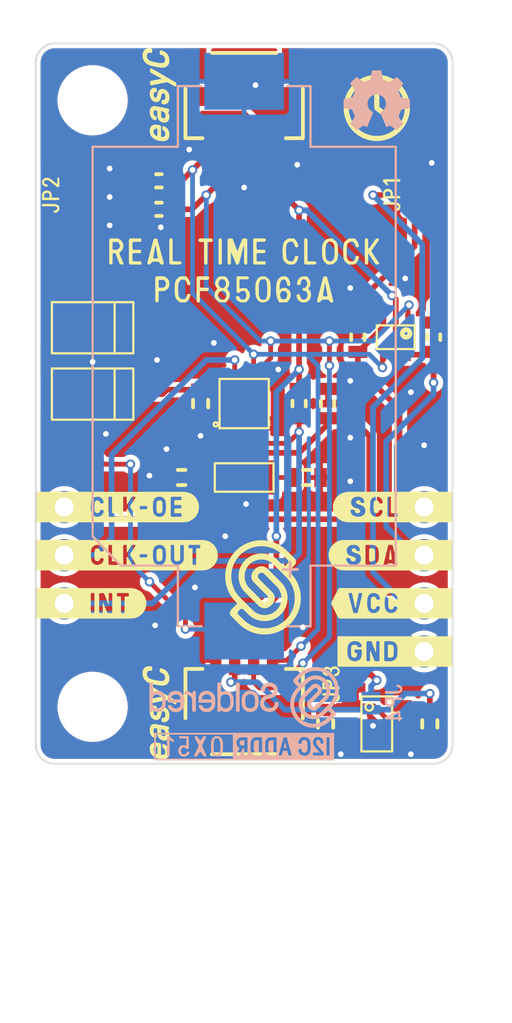
<source format=kicad_pcb>
(kicad_pcb (version 20210623) (generator pcbnew)
  (title_block (title "Real time clock PCF85063A") (date "2021-06-11") (rev "V1.1.1.") (company "SOLDERED") (comment 1 "333051"))
  (layers (0 "F.Cu" signal) (31 "B.Cu" signal) (34 "B.Paste" user) (35 "F.Paste" user) (36 "B.SilkS" user "B.Silkscreen") (37 "F.SilkS" user "F.Silkscreen") (38 "B.Mask" user) (39 "F.Mask" user) (44 "Edge.Cuts" user))
  (net 0 "")
  (net 1 "GND")
  (net 2 "Net-(C1-Pad1)")
  (net 3 "Net-(C2-Pad1)")
  (net 4 "VCC")
  (net 5 "Net-(C4-Pad2)")
  (net 6 "3V3")
  (net 7 "Net-(D1-Pad1)")
  (net 8 "SDA_PULL5")
  (net 9 "5V")
  (net 10 "SCL_PULL5")
  (net 11 "SDA_PULL3,3")
  (net 12 "SCL_PULL3,3")
  (net 13 "CLK_OE")
  (net 14 "CLK_OUT")
  (net 15 "INT")
  (net 16 "SDA3,3")
  (net 17 "SCL3,3")
  (net 18 "SCL5")
  (net 19 "SDA5")
  (footprint "e-radionica.com footprinti:0603R" (layer "F.Cu") (at 131 107.5 90)
    (fp_text reference "R5")
    (fp_text value "10k")
    (pad "1" smd rect locked (at -0.775 0 180) (size 1 0.64) (layers "F.Cu" "F.Paste" "F.Mask") (net 19 "SDA5"))
    (pad "2" smd rect locked (at 0.775 0 180) (size 1 0.64) (layers "F.Cu" "F.Paste" "F.Mask") (net 8 "SDA_PULL5"))
  )
  (footprint "e-radionica.com footprinti:KRISTAL_3215" (layer "F.Cu") (at 121 114.9 180)
    (fp_text reference "X1")
    (fp_text value "32.768kHz-3215")
    (pad "1" smd rect locked (at -1.25 0 180) (size 1 1.8) (layers "F.Cu" "F.Paste" "F.Mask") (net 2 "Net-(C1-Pad1)"))
    (pad "2" smd rect locked (at 1.25 0 180) (size 1 1.8) (layers "F.Cu" "F.Paste" "F.Mask") (net 3 "Net-(C2-Pad1)"))
  )
  (footprint "buzzardLabel" (layer "F.Cu") (at 132.4 116.46)
    (fp_text reference "" (at 0 0) (layer "F.SilkS") (effects (font (size 1.27 1.27))))
    (fp_text value "" (at 0 0) (layer "F.SilkS") (effects (font (size 1.27 1.27))))
  )
  (footprint "e-radionica.com footprinti:SMD-JUMPER-CONNECTED_TRACE_SLODERMASK" (layer "F.Cu") (at 126.9 125.65 90)
    (fp_text reference "JP3")
    (fp_text value "SMD-JUMPER-CONNECTED_TRACE_SLODERMASK")
    (fp_poly (pts (xy 0.1 0.1) (xy -0.1 0.1) (xy -0.1 -0.1) (xy 0.1 -0.1)) (layer "F.Cu") (width 0.1) (fill solid))
    (pad "1" smd rect locked (at -0.35 0 90) (size 0.5 1) (layers "F.Cu" "F.Mask") (net 5 "Net-(C4-Pad2)"))
    (pad "2" smd rect locked (at 0.35 0 90) (size 0.5 1) (layers "F.Cu" "F.Mask") (net 9 "5V"))
  )
  (footprint "Soldered Graphics:Symbol-Front-Clock" (layer "F.Cu") (at 128 95.4)
    (fp_text reference "G***" hide)
    (fp_text value "LOGO" hide)
  )
  (footprint "buzzardLabel" (layer "F.Cu") (at 121 103)
    (fp_text reference "" (at 0 0) (layer "F.SilkS") (effects (font (size 1.27 1.27))))
    (fp_text value "" (at 0 0) (layer "F.SilkS") (effects (font (size 1.27 1.27))))
  )
  (footprint "e-radionica.com footprinti:HEADER_MALE_4X1" (layer "F.Cu") (at 130.5 120.27 90)
    (fp_text reference "K5")
    (fp_text value "HEADER_MALE_4X1")
    (pad "1" thru_hole circle locked (at -3.81 0 90) (size 1.7 1.7) (drill 1) (layers *.Cu *.Mask) (net 1 "GND"))
    (pad "2" thru_hole circle locked (at -1.27 0 90) (size 1.7 1.7) (drill 1) (layers *.Cu *.Mask) (net 9 "5V"))
    (pad "3" thru_hole circle locked (at 1.27 0 90) (size 1.7 1.7) (drill 1) (layers *.Cu *.Mask) (net 19 "SDA5"))
    (pad "4" thru_hole circle locked (at 3.81 0 90) (size 1.7 1.7) (drill 1) (layers *.Cu *.Mask) (net 18 "SCL5"))
  )
  (footprint "Soldered Graphics:Logo-Front-easyC-5mm" (layer "F.Cu") (at 116.5 94.7 90)
    (fp_text reference "G***" hide)
    (fp_text value "LOGO" hide)
  )
  (footprint "Soldered Graphics:Logo-Back-OSH-3.5mm" (layer "F.Cu") (at 128 95)
    (fp_text reference "G***" hide)
    (fp_text value "LOGO" hide)
  )
  (footprint "buzzardLabel" (layer "F.Cu") (at 132.4 119)
    (fp_text reference "" (at 0 0) (layer "F.SilkS") (effects (font (size 1.27 1.27))))
    (fp_text value "" (at 0 0) (layer "F.SilkS") (effects (font (size 1.27 1.27))))
  )
  (footprint "e-radionica.com footprinti:0603C" (layer "F.Cu") (at 118.7 111 90)
    (fp_text reference "C3")
    (fp_text value "0.1uF")
    (pad "1" smd rect locked (at -0.73 0 90) (size 0.66 1) (layers "F.Cu" "F.Paste" "F.Mask") (net 1 "GND"))
    (pad "2" smd rect locked (at 0.73 0 90) (size 0.66 1) (layers "F.Cu" "F.Paste" "F.Mask") (net 4 "VCC"))
  )
  (footprint "e-radionica.com footprinti:0603C" (layer "F.Cu") (at 117.7 114.9 180)
    (fp_text reference "C2")
    (fp_text value "7pF")
    (pad "1" smd rect locked (at -0.73 0 180) (size 0.66 1) (layers "F.Cu" "F.Paste" "F.Mask") (net 3 "Net-(C2-Pad1)"))
    (pad "2" smd rect locked (at 0.73 0 180) (size 0.66 1) (layers "F.Cu" "F.Paste" "F.Mask") (net 1 "GND"))
  )
  (footprint "e-radionica.com footprinti:FIDUCIAL_23" (layer "F.Cu") (at 121 128)
    (fp_text reference "FD1")
    (fp_text value "FIDUCIAL")
    (fp_circle (center 0 0) (end 1 0) (layer "F.Cu") (width 0.2) (fill none))
    (pad "1" smd circle (at 0 0) (size 1 1) (layers "F.Cu" "F.Paste" "F.Mask") (clearance 1.1))
  )
  (footprint "e-radionica.com footprinti:0603C" (layer "F.Cu") (at 130.8 127.9 90)
    (fp_text reference "C5")
    (fp_text value "2.2uF")
    (pad "1" smd rect locked (at -0.73 0 90) (size 0.66 1) (layers "F.Cu" "F.Paste" "F.Mask") (net 1 "GND"))
    (pad "2" smd rect locked (at 0.73 0 90) (size 0.66 1) (layers "F.Cu" "F.Paste" "F.Mask") (net 6 "3V3"))
  )
  (footprint "e-radionica.com footprinti:HOLE_3.2mm" (layer "F.Cu") (at 113 127)
    (fp_text reference "H2" hide)
    (fp_text value "HOLE_3.2mm" hide)
    (pad "" np_thru_hole circle locked (at 0 0) (size 3.2 3.2) (drill 3.2) (layers F&B.Cu *.Mask))
  )
  (footprint "buzzardLabel" (layer "F.Cu") (at 132.4 121.54)
    (fp_text reference "" (at 0 0) (layer "F.SilkS") (effects (font (size 1.27 1.27))))
    (fp_text value "" (at 0 0) (layer "F.SilkS") (effects (font (size 1.27 1.27))))
  )
  (footprint "Soldered Graphics:Logo-Front-Soldered-5mm" (layer "F.Cu") (at 122 120.7)
    (fp_text reference "G***" hide)
    (fp_text value "LOGO" hide)
  )
  (footprint "e-radionica.com footprinti:SMD_JUMPER_3_PAD_TRACE" (layer "F.Cu") (at 112 100 -90)
    (fp_text reference "JP2")
    (fp_text value "SMD_JUMPER_3_PAD_TRACE")
    (fp_poly (pts (xy 0.45 0.05) (xy 0.25 0.05) (xy 0.25 -0.05) (xy 0.45 -0.05)) (layer "F.Cu") (width 0.1) (fill solid))
    (fp_poly (pts (xy -0.25 0.05) (xy -0.45 0.05) (xy -0.45 -0.05) (xy -0.25 -0.05)) (layer "F.Cu") (width 0.1) (fill solid))
    (pad "1" smd rect locked (at -0.7 0 90) (size 0.5 1) (layers "F.Cu" "F.Mask") (net 12 "SCL_PULL3,3"))
    (pad "2" smd custom locked (at 0 0 90) (size 0.5 1) (layers "F.Cu" "F.Mask") (net 6 "3V3") (options (clearance outline) (anchor rect)) (primitives))
    (pad "3" smd rect locked (at 0.7 0 90) (size 0.5 1) (layers "F.Cu" "F.Mask") (net 11 "SDA_PULL3,3"))
  )
  (footprint "e-radionica.com footprinti:M4_DIODA" (layer "F.Cu") (at 113 107)
    (fp_text reference "D2")
    (fp_text value "M4_DIODA")
    (pad "1" smd rect locked (at -1.69 0) (size 1.27 1.47) (layers "F.Cu" "F.Paste" "F.Mask") (net 6 "3V3"))
    (pad "2" smd rect locked (at 1.69 0) (size 1.27 1.47) (layers "F.Cu" "F.Paste" "F.Mask") (net 4 "VCC"))
  )
  (footprint "e-radionica.com footprinti:0603C" (layer "F.Cu") (at 124.3 114.9)
    (fp_text reference "C1")
    (fp_text value "7pF")
    (pad "1" smd rect locked (at -0.73 0) (size 0.66 1) (layers "F.Cu" "F.Paste" "F.Mask") (net 2 "Net-(C1-Pad1)"))
    (pad "2" smd rect locked (at 0.73 0) (size 0.66 1) (layers "F.Cu" "F.Paste" "F.Mask") (net 1 "GND"))
  )
  (footprint "e-radionica.com footprinti:0603R" (layer "F.Cu") (at 116.5 99.25 180)
    (fp_text reference "R6")
    (fp_text value "10k")
    (pad "1" smd rect locked (at -0.775 0 270) (size 1 0.64) (layers "F.Cu" "F.Paste" "F.Mask") (net 17 "SCL3,3"))
    (pad "2" smd rect locked (at 0.775 0 270) (size 1 0.64) (layers "F.Cu" "F.Paste" "F.Mask") (net 12 "SCL_PULL3,3"))
  )
  (footprint "buzzardLabel" (layer "F.Cu") (at 110.8 100 90)
    (fp_text reference "" (at 0 0 90) (layer "F.SilkS") (effects (font (size 1.27 1.27))))
    (fp_text value "" (at 0 0 90) (layer "F.SilkS") (effects (font (size 1.27 1.27))))
  )
  (footprint "e-radionica.com footprinti:SOT-23-5" (layer "F.Cu") (at 128 127.9)
    (fp_text reference "U3")
    (fp_text value "SE5218")
    (pad "1" smd rect (at -1.3 -0.95) (size 1.1 0.6) (layers "F.Cu" "F.Paste" "F.Mask") (net 5 "Net-(C4-Pad2)"))
    (pad "2" smd rect (at -1.3 0) (size 1.1 0.6) (layers "F.Cu" "F.Paste" "F.Mask") (net 1 "GND"))
    (pad "3" smd rect (at -1.3 0.95) (size 1.1 0.6) (layers "F.Cu" "F.Paste" "F.Mask") (net 5 "Net-(C4-Pad2)"))
    (pad "4" smd rect (at 1.3 0.95) (size 1.1 0.6) (layers "F.Cu" "F.Paste" "F.Mask"))
    (pad "5" smd rect (at 1.3 -0.95) (size 1.1 0.6) (layers "F.Cu" "F.Paste" "F.Mask") (net 6 "3V3"))
  )
  (footprint "buzzardLabel" (layer "F.Cu") (at 121 105)
    (fp_text reference "" (at 0 0) (layer "F.SilkS") (effects (font (size 1.27 1.27))))
    (fp_text value "" (at 0 0) (layer "F.SilkS") (effects (font (size 1.27 1.27))))
  )
  (footprint "e-radionica.com footprinti:0603R" (layer "F.Cu") (at 125.4 111 -90)
    (fp_text reference "R4")
    (fp_text value "10k")
    (pad "1" smd rect locked (at -0.775 0) (size 1 0.64) (layers "F.Cu" "F.Paste" "F.Mask") (net 1 "GND"))
    (pad "2" smd rect locked (at 0.775 0) (size 1 0.64) (layers "F.Cu" "F.Paste" "F.Mask") (net 13 "CLK_OE"))
  )
  (footprint "buzzardLabel" (layer "F.Cu") (at 125.6 125.8 90)
    (fp_text reference "" (at 0 0 90) (layer "F.SilkS") (effects (font (size 1.27 1.27))))
    (fp_text value "" (at 0 0 90) (layer "F.SilkS") (effects (font (size 1.27 1.27))))
  )
  (footprint "buzzardLabel" (layer "F.Cu") (at 128.8 100 90)
    (fp_text reference "" (at 0 0 90) (layer "F.SilkS") (effects (font (size 1.27 1.27))))
    (fp_text value "" (at 0 0 90) (layer "F.SilkS") (effects (font (size 1.27 1.27))))
  )
  (footprint "buzzardLabel" (layer "F.Cu") (at 109.6 116.46)
    (fp_text reference "" (at 0 0) (layer "F.SilkS") (effects (font (size 1.27 1.27))))
    (fp_text value "" (at 0 0) (layer "F.SilkS") (effects (font (size 1.27 1.27))))
  )
  (footprint "e-radionica.com footprinti:0603R" (layer "F.Cu") (at 116.5 100.75)
    (fp_text reference "R1")
    (fp_text value "10k")
    (pad "1" smd rect locked (at -0.775 0 90) (size 1 0.64) (layers "F.Cu" "F.Paste" "F.Mask") (net 11 "SDA_PULL3,3"))
    (pad "2" smd rect locked (at 0.775 0 90) (size 1 0.64) (layers "F.Cu" "F.Paste" "F.Mask") (net 16 "SDA3,3"))
  )
  (footprint "e-radionica.com footprinti:HOLE_3.2mm" (layer "F.Cu") (at 113 95)
    (fp_text reference "H1" hide)
    (fp_text value "HOLE_3.2mm" hide)
    (pad "" np_thru_hole circle locked (at 0 0) (size 3.2 3.2) (drill 3.2) (layers F&B.Cu *.Mask))
  )
  (footprint "buzzardLabel" (layer "F.Cu") (at 132.4 124.08)
    (fp_text reference "" (at 0 0) (layer "F.SilkS") (effects (font (size 1.27 1.27))))
    (fp_text value "" (at 0 0) (layer "F.SilkS") (effects (font (size 1.27 1.27))))
  )
  (footprint "e-radionica.com footprinti:0603C" (layer "F.Cu") (at 125.3 127.9 90)
    (fp_text reference "C4")
    (fp_text value "2.2uF")
    (pad "1" smd rect locked (at -0.73 0 90) (size 0.66 1) (layers "F.Cu" "F.Paste" "F.Mask") (net 1 "GND"))
    (pad "2" smd rect locked (at 0.73 0 90) (size 0.66 1) (layers "F.Cu" "F.Paste" "F.Mask") (net 5 "Net-(C4-Pad2)"))
  )
  (footprint "e-radionica.com footprinti:0603R" (layer "F.Cu") (at 123.9 111 90)
    (fp_text reference "R3")
    (fp_text value "10k")
    (pad "1" smd rect locked (at -0.775 0 180) (size 1 0.64) (layers "F.Cu" "F.Paste" "F.Mask") (net 15 "INT"))
    (pad "2" smd rect locked (at 0.775 0 180) (size 1 0.64) (layers "F.Cu" "F.Paste" "F.Mask") (net 6 "3V3"))
  )
  (footprint "buzzardLabel" (layer "F.Cu") (at 109.6 119)
    (fp_text reference "" (at 0 0) (layer "F.SilkS") (effects (font (size 1.27 1.27))))
    (fp_text value "" (at 0 0) (layer "F.SilkS") (effects (font (size 1.27 1.27))))
  )
  (footprint "e-radionica.com footprinti:easyC-connector" (layer "F.Cu") (at 121 95.3)
    (fp_text reference "K4")
    (fp_text value "easyC-SMD")
    (pad "1" smd rect locked (at -1.5 2.15) (size 0.6 1.55) (layers "F.Cu" "F.Paste" "F.Mask") (net 17 "SCL3,3"))
    (pad "2" smd rect locked (at -0.5 2.15) (size 0.6 1.55) (layers "F.Cu" "F.Paste" "F.Mask") (net 16 "SDA3,3"))
    (pad "3" smd rect locked (at 0.5 2.15) (size 0.6 1.55) (layers "F.Cu" "F.Paste" "F.Mask") (net 6 "3V3"))
    (pad "4" smd rect locked (at 1.5 2.15) (size 0.6 1.55) (layers "F.Cu" "F.Paste" "F.Mask") (net 1 "GND"))
    (pad "5" smd rect locked (at 2.6 -2.15) (size 1.2 1.8) (layers "F.Cu" "F.Paste" "F.Mask") (net 1 "GND"))
    (pad "5" smd rect locked (at -2.6 -2.15) (size 1.2 1.8) (layers "F.Cu" "F.Paste" "F.Mask") (net 1 "GND"))
  )
  (footprint "e-radionica.com footprinti:M4_DIODA" (layer "F.Cu") (at 113 110.5)
    (fp_text reference "D1")
    (fp_text value "M4_DIODA")
    (pad "1" smd rect locked (at -1.69 0) (size 1.27 1.47) (layers "F.Cu" "F.Paste" "F.Mask") (net 7 "Net-(D1-Pad1)"))
    (pad "2" smd rect locked (at 1.69 0) (size 1.27 1.47) (layers "F.Cu" "F.Paste" "F.Mask") (net 4 "VCC"))
  )
  (footprint "Soldered Graphics:Logo-Front-easyC-5mm" (layer "F.Cu") (at 116.5 127.3 90)
    (fp_text reference "G***" hide)
    (fp_text value "LOGO" hide)
  )
  (footprint "Soldered Graphics:Logo-Back-SolderedFULL-10mm" (layer "F.Cu") (at 121 126.5)
    (fp_text reference "G***" hide)
    (fp_text value "LOGO" hide)
  )
  (footprint "buzzardLabel" (layer "F.Cu") (at 109.6 121.54)
    (fp_text reference "" (at 0 0) (layer "F.SilkS") (effects (font (size 1.27 1.27))))
    (fp_text value "" (at 0 0) (layer "F.SilkS") (effects (font (size 1.27 1.27))))
  )
  (footprint "e-radionica.com footprinti:SMD_JUMPER_3_PAD_TRACE" (layer "F.Cu") (at 130 100 90)
    (fp_text reference "JP1")
    (fp_text value "SMD_JUMPER_3_PAD_TRACE")
    (fp_poly (pts (xy -0.25 0.05) (xy -0.45 0.05) (xy -0.45 -0.05) (xy -0.25 -0.05)) (layer "F.Cu") (width 0.1) (fill solid))
    (fp_poly (pts (xy 0.45 0.05) (xy 0.25 0.05) (xy 0.25 -0.05) (xy 0.45 -0.05)) (layer "F.Cu") (width 0.1) (fill solid))
    (pad "1" smd rect locked (at -0.7 0 270) (size 0.5 1) (layers "F.Cu" "F.Mask") (net 10 "SCL_PULL5"))
    (pad "2" smd custom locked (at 0 0 270) (size 0.5 1) (layers "F.Cu" "F.Mask") (net 9 "5V") (options (clearance outline) (anchor rect)) (primitives))
    (pad "3" smd rect locked (at 0.7 0 270) (size 0.5 1) (layers "F.Cu" "F.Mask") (net 8 "SDA_PULL5"))
  )
  (footprint "e-radionica.com footprinti:SOT-363" (layer "F.Cu") (at 129 107.5 -90)
    (fp_text reference "U1")
    (fp_text value "NMOS-DUAL")
    (pad "1" smd rect (at -0.92 -0.65) (size 0.3 0.66) (layers "F.Cu" "F.Paste" "F.Mask") (net 16 "SDA3,3"))
    (pad "2" smd rect (at -0.92 0) (size 0.3 0.66) (layers "F.Cu" "F.Paste" "F.Mask") (net 6 "3V3"))
    (pad "3" smd rect (at -0.92 0.65) (size 0.3 0.66) (layers "F.Cu" "F.Paste" "F.Mask") (net 18 "SCL5"))
    (pad "4" smd rect (at 0.92 0.65) (size 0.3 0.66) (layers "F.Cu" "F.Paste" "F.Mask") (net 17 "SCL3,3"))
    (pad "5" smd rect (at 0.92 0) (size 0.3 0.66) (layers "F.Cu" "F.Paste" "F.Mask") (net 6 "3V3"))
    (pad "6" smd rect (at 0.92 -0.65) (size 0.3 0.66) (layers "F.Cu" "F.Paste" "F.Mask") (net 19 "SDA5"))
  )
  (footprint "e-radionica.com footprinti:easyC-connector" (layer "F.Cu") (at 121 126.7 180)
    (fp_text reference "K3")
    (fp_text value "easyC-SMD")
    (pad "1" smd rect locked (at -1.5 2.15 180) (size 0.6 1.55) (layers "F.Cu" "F.Paste" "F.Mask") (net 17 "SCL3,3"))
    (pad "2" smd rect locked (at -0.5 2.15 180) (size 0.6 1.55) (layers "F.Cu" "F.Paste" "F.Mask") (net 16 "SDA3,3"))
    (pad "3" smd rect locked (at 0.5 2.15 180) (size 0.6 1.55) (layers "F.Cu" "F.Paste" "F.Mask") (net 6 "3V3"))
    (pad "4" smd rect locked (at 1.5 2.15 180) (size 0.6 1.55) (layers "F.Cu" "F.Paste" "F.Mask") (net 1 "GND"))
    (pad "5" smd rect locked (at -2.6 -2.15 180) (size 1.2 1.8) (layers "F.Cu" "F.Paste" "F.Mask") (net 1 "GND"))
    (pad "5" smd rect locked (at 2.6 -2.15 180) (size 1.2 1.8) (layers "F.Cu" "F.Paste" "F.Mask") (net 1 "GND"))
  )
  (footprint "e-radionica.com footprinti:0603R" (layer "F.Cu") (at 127 107.5 -90)
    (fp_text reference "R2")
    (fp_text value "10k")
    (pad "1" smd rect locked (at -0.775 0) (size 1 0.64) (layers "F.Cu" "F.Paste" "F.Mask") (net 10 "SCL_PULL5"))
    (pad "2" smd rect locked (at 0.775 0) (size 1 0.64) (layers "F.Cu" "F.Paste" "F.Mask") (net 18 "SCL5"))
  )
  (footprint "e-radionica.com footprinti:HEADER_MALE_3X1" (layer "F.Cu") (at 111.5 119 90)
    (fp_text reference "K2")
    (fp_text value "HEADER_MALE_3X1")
    (pad "1" thru_hole circle locked (at -2.54 0 90) (size 1.7 1.7) (drill 1) (layers *.Cu *.Mask) (net 15 "INT"))
    (pad "2" thru_hole circle locked (at 0 0 90) (size 1.7 1.7) (drill 1) (layers *.Cu *.Mask) (net 14 "CLK_OUT"))
    (pad "3" thru_hole circle locked (at 2.54 0 90) (size 1.7 1.7) (drill 1) (layers *.Cu *.Mask) (net 13 "CLK_OE"))
  )
  (footprint "e-radionica.com footprinti:PCF85063A" (layer "F.Cu") (at 121 111 90)
    (fp_text reference "U2")
    (fp_text value "PCF85063A")
    (pad "" smd rect (at 0 0 90) (size 1.1 2.3) (layers "F.Cu" "F.Paste" "F.Mask"))
    (pad "1" smd rect (at -1.3 -1 90) (size 0.7 0.25) (layers "F.Cu" "F.Paste" "F.Mask") (net 3 "Net-(C2-Pad1)"))
    (pad "2" smd rect (at -1.3 -0.5 90) (size 0.7 0.25) (layers "F.Cu" "F.Paste" "F.Mask") (net 2 "Net-(C1-Pad1)"))
    (pad "3" smd rect (at -1.3 0 90) (size 0.7 0.25) (layers "F.Cu" "F.Paste" "F.Mask") (net 13 "CLK_OE"))
    (pad "4" smd rect (at -1.3 0.5 90) (size 0.7 0.25) (layers "F.Cu" "F.Paste" "F.Mask") (net 15 "INT"))
    (pad "5" smd rect (at -1.3 1 90) (size 0.7 0.25) (layers "F.Cu" "F.Paste" "F.Mask") (net 1 "GND"))
    (pad "6" smd rect (at 1.3 1 90) (size 0.7 0.25) (layers "F.Cu" "F.Paste" "F.Mask") (net 16 "SDA3,3"))
    (pad "7" smd rect (at 1.3 0.5 90) (size 0.7 0.25) (layers "F.Cu" "F.Paste" "F.Mask") (net 17 "SCL3,3"))
    (pad "8" smd rect (at 1.3 0 90) (size 0.7 0.25) (layers "F.Cu" "F.Paste" "F.Mask"))
    (pad "9" smd rect (at 1.3 -0.5 90) (size 0.7 0.25) (layers "F.Cu" "F.Paste" "F.Mask") (net 14 "CLK_OUT"))
    (pad "10" smd rect (at 1.3 -1 90) (size 0.7 0.25) (layers "F.Cu" "F.Paste" "F.Mask") (net 4 "VCC"))
  )
  (footprint "buzzardLabel" (layer "B.Cu") (at 118.4 129.1 180)
    (fp_text reference "" (at 0 0) (layer "B.SilkS") (effects (font (size 1.27 1.27)) (justify mirror)))
    (fp_text value "" (at 0 0) (layer "B.SilkS") (effects (font (size 1.27 1.27)) (justify mirror)))
  )
  (footprint "Soldered Graphics:Symbol-Front-I2C-ADDR-Field" (layer "B.Cu") (at 121 129.1 180)
    (fp_text reference "REF**" hide)
    (fp_text value "Symbol-Front-I2C-ADDR-Field" hide)
  )
  (footprint "e-radionica.com footprinti:CR2032-BS-6-1" (layer "B.Cu") (at 121 108.5 -90)
    (fp_text reference "K1")
    (fp_text value "CR2032_BS-6_HOLDER")
    (fp_text user "+" (at 11.25 -2.5 -90 unlocked) (layer "B.SilkS") (effects (justify mirror)))
    (pad "+" smd rect locked (at 14.5 0 270) (size 3 4.2) (layers "B.Cu" "B.Paste" "B.Mask") (net 7 "Net-(D1-Pad1)"))
    (pad "-" smd rect locked (at -14.5 0 270) (size 3 4.2) (layers "B.Cu" "B.Paste" "B.Mask") (net 1 "GND"))
  )
  (footprint "buzzardLabel" (layer "B.Cu") (at 128.9 126.8 -90)
    (fp_text reference "" (at 0 0 -90) (layer "B.SilkS") (effects (font (size 1.27 1.27)) (justify mirror)))
    (fp_text value "" (at 0 0 -90) (layer "B.SilkS") (effects (font (size 1.27 1.27)) (justify mirror)))
  )
  (footprint "e-radionica.com footprinti:SMD_JUMPER" (layer "B.Cu") (at 127.7 126.8 -90)
    (fp_text reference "JP4")
    (fp_text value "SMD_JUMPER")
    (pad "1" smd rect locked (at -0.35 0 270) (size 0.5 1) (layers "B.Cu" "B.Mask") (net 9 "5V"))
    (pad "2" smd rect locked (at 0.35 0 270) (size 0.5 1) (layers "B.Cu" "B.Mask") (net 6 "3V3"))
  )
  (gr_arc (start 111 93) (end 111 92) (angle -90) (layer "Edge.Cuts") (width 0.1))
  (gr_line (start 132 93) (end 132 129) (layer "Edge.Cuts") (width 0.1))
  (gr_line (start 111 92) (end 131 92) (layer "Edge.Cuts") (width 0.1))
  (gr_arc (start 131 93) (end 132 93) (angle -90) (layer "Edge.Cuts") (width 0.1))
  (gr_arc (start 131 129) (end 131 130) (angle -90) (layer "Edge.Cuts") (width 0.1))
  (gr_line (start 131 130) (end 111 130) (layer "Edge.Cuts") (width 0.1))
  (gr_line (start 110 129) (end 110 93) (layer "Edge.Cuts") (width 0.1))
  (gr_arc (start 111 129) (end 111 130) (angle 90) (layer "Edge.Cuts") (width 0.1))
  (via (at 113.9 101.6) (size 0.5) (drill 0.3) (layers "F.Cu" "B.Cu") (net 1))
  (via (at 118.4 120.7) (size 0.5) (drill 0.3) (layers "F.Cu" "B.Cu") (net 1))
  (via (at 126.6 115.1) (size 0.5) (drill 0.3) (layers "F.Cu" "B.Cu") (net 1))
  (via (at 116 114.8) (size 0.5) (drill 0.3) (layers "F.Cu" "B.Cu") (net 1))
  (via (at 121 99.6) (size 0.5) (drill 0.3) (layers "F.Cu" "B.Cu") (net 1))
  (via (at 129.8 129.5) (size 0.5) (drill 0.3) (layers "F.Cu" "B.Cu") (net 1))
  (via (at 120 118) (size 0.5) (drill 0.3) (layers "F.Cu" "B.Cu") (net 1))
  (via (at 127.8 128) (size 0.5) (drill 0.3) (layers "F.Cu" "B.Cu") (net 1))
  (via (at 126.6 112.8) (size 0.5) (drill 0.3) (layers "F.Cu" "B.Cu") (net 1))
  (via (at 121.1 116.3) (size 0.5) (drill 0.3) (layers "F.Cu" "B.Cu") (net 1))
  (via (at 130.5 113.2) (size 0.5) (drill 0.3) (layers "F.Cu" "B.Cu") (net 1))
  (via (at 122.8 109.2) (size 0.5) (drill 0.3) (layers "F.Cu" "B.Cu") (net 1))
  (via (at 126.6 109.8) (size 0.5) (drill 0.3) (layers "F.Cu" "B.Cu") (net 1))
  (via (at 116.4 108.7) (size 0.5) (drill 0.3) (layers "F.Cu" "B.Cu") (net 1))
  (via (at 129.8 110.4) (size 0.5) (drill 0.3) (layers "F.Cu" "B.Cu") (net 1))
  (via (at 118.7 112.7) (size 0.5) (drill 0.3) (layers "F.Cu" "B.Cu") (net 1))
  (via (at 129.5 104.4) (size 0.5) (drill 0.3) (layers "F.Cu" "B.Cu") (net 1))
  (via (at 126.6 104.9) (size 0.5) (drill 0.3) (layers "F.Cu" "B.Cu") (net 1))
  (via (at 124.1 122.8) (size 0.5) (drill 0.3) (layers "F.Cu" "B.Cu") (net 1))
  (via (at 113.9 98.6) (size 0.5) (drill 0.3) (layers "F.Cu" "B.Cu") (net 1))
  (via (at 116.3 122.7) (size 0.5) (drill 0.3) (layers "F.Cu" "B.Cu") (net 1))
  (via (at 113.9 100.1) (size 0.5) (drill 0.3) (layers "F.Cu" "B.Cu") (net 1))
  (via (at 126.1 129.5) (size 0.5) (drill 0.3) (layers "F.Cu" "B.Cu") (net 1))
  (via (at 113.7 112.6) (size 0.5) (drill 0.3) (layers "F.Cu" "B.Cu") (net 1))
  (via (at 116.9 113.4) (size 0.5) (drill 0.3) (layers "F.Cu" "B.Cu") (net 1))
  (via (at 130.9 98.3) (size 0.5) (drill 0.3) (layers "F.Cu" "B.Cu") (net 1))
  (via (at 119.4 107.8) (size 0.5) (drill 0.3) (layers "F.Cu" "B.Cu") (net 1))
  (via (at 116.6 101.7) (size 0.5) (drill 0.3) (layers "F.Cu" "B.Cu") (net 1))
  (via (at 118.1 97.6) (size 0.5) (drill 0.3) (layers "F.Cu" "B.Cu") (net 1))
  (via (at 113 108.8) (size 0.5) (drill 0.3) (layers "F.Cu" "B.Cu") (net 1))
  (via (at 123.8 98.4) (size 0.5) (drill 0.3) (layers "F.Cu" "B.Cu") (net 1))
  (via (at 121.6 94.2) (size 0.5) (drill 0.3) (layers "F.Cu" "B.Cu") (net 1))
  (segment (start 121.9 114.7) (end 122.25 114.7) (width 0.254) (layer "F.Cu") (net 2))
  (segment (start 120.5 113.3) (end 121.9 114.7) (width 0.254) (layer "F.Cu") (net 2))
  (segment (start 122.25 114.9) (end 123.57 114.9) (width 0.25) (layer "F.Cu") (net 2))
  (segment (start 120.5 111.95) (end 120.5 113.3) (width 0.254) (layer "F.Cu") (net 2))
  (segment (start 119.75 113.15) (end 119.75 114.3) (width 0.254) (layer "F.Cu") (net 3))
  (segment (start 120 112.9) (end 119.75 113.15) (width 0.254) (layer "F.Cu") (net 3))
  (segment (start 119.75 114.9) (end 118.43 114.9) (width 0.25) (layer "F.Cu") (net 3))
  (segment (start 120 111.95) (end 120 112.9) (width 0.254) (layer "F.Cu") (net 3))
  (segment (start 114.69 110.5) (end 114.69 107) (width 0.3) (layer "F.Cu") (net 4))
  (segment (start 116.93 110.27) (end 118.7 110.27) (width 0.3) (layer "F.Cu") (net 4))
  (segment (start 114.69 110.5) (end 116.7 110.5) (width 0.3) (layer "F.Cu") (net 4))
  (segment (start 120 110.05) (end 118.92 110.05) (width 0.254) (layer "F.Cu") (net 4))
  (segment (start 116.7 110.5) (end 116.93 110.27) (width 0.3) (layer "F.Cu") (net 4))
  (segment (start 118.92 110.05) (end 118.7 110.27) (width 0.254) (layer "F.Cu") (net 4))
  (segment (start 125.95 126.95) (end 126.7 126.95) (width 0.3) (layer "F.Cu") (net 5))
  (segment (start 126.9 126) (end 126.9 126.75) (width 0.3) (layer "F.Cu") (net 5))
  (segment (start 126.9 126.95) (end 126.35 126.95) (width 0.3) (layer "F.Cu") (net 5))
  (segment (start 126.9 126.95) (end 127.85 126.95) (width 0.254) (layer "F.Cu") (net 5))
  (segment (start 128.5 127.6) (end 128.5 128.3) (width 0.254) (layer "F.Cu") (net 5))
  (segment (start 127.95 128.85) (end 126.9 128.85) (width 0.254) (layer "F.Cu") (net 5))
  (segment (start 127.85 126.95) (end 128.5 127.6) (width 0.254) (layer "F.Cu") (net 5))
  (segment (start 128.5 128.3) (end 127.95 128.85) (width 0.254) (layer "F.Cu") (net 5))
  (segment (start 126.9 126.75) (end 126.7 126.95) (width 0.3) (layer "F.Cu") (net 5))
  (segment (start 125.3 127.17) (end 125.73 127.17) (width 0.3) (layer "F.Cu") (net 5))
  (segment (start 125.73 127.17) (end 125.95 126.95) (width 0.3) (layer "F.Cu") (net 5))
  (segment (start 121 95.7) (end 121.5 96.2) (width 0.3) (layer "F.Cu") (net 6))
  (segment (start 129 106.58) (end 129 105.5) (width 0.3) (layer "F.Cu") (net 6))
  (segment (start 123.9 109.2) (end 123.9 110.225) (width 0.3) (layer "F.Cu") (net 6))
  (segment (start 120.5 123.4) (end 120.5 124.55) (width 0.3) (layer "F.Cu") (net 6))
  (segment (start 111.31 103.06) (end 110.7 102.45) (width 0.3) (layer "F.Cu") (net 6))
  (segment (start 110.7 102.45) (end 110.7 99.5) (width 0.3) (layer "F.Cu") (net 6))
  (segment (start 130.05 126.95) (end 130.3 127.2) (width 0.3) (layer "F.Cu") (net 6))
  (segment (start 112 100) (end 111.2 100) (width 0.3) (layer "F.Cu") (net 6))
  (segment (start 129 105.5) (end 128.8 105.3) (width 0.3) (layer "F.Cu") (net 6))
  (segment (start 123.9 100.8) (end 121.5 98.4) (width 0.3) (layer "F.Cu") (net 6))
  (segment (start 111.2 100) (end 110.7 99.5) (width 0.3) (layer "F.Cu") (net 6))
  (segment (start 110.7 98.7) (end 111.4 98) (width 0.3) (layer "F.Cu") (net 6))
  (segment (start 130.3 127.2) (end 130.77 127.2) (width 0.3) (layer "F.Cu") (net 6))
  (segment (start 122.7 121.2) (end 120.5 123.4) (width 0.3) (layer "F.Cu") (net 6))
  (segment (start 123.9 100.8) (end 123.9 109.2) (width 0.3) (layer "F.Cu") (net 6))
  (segment (start 129.3 126.95) (end 130.05 126.95) (width 0.3) (layer "F.Cu") (net 6))
  (segment (start 120.5 125.5) (end 120.5 124.55) (width 0.3) (layer "F.Cu") (net 6))
  (segment (start 122.7 118) (end 122.7 121.2) (width 0.3) (layer "F.Cu") (net 6))
  (segment (start 111.4 98) (end 116.5 98) (width 0.3) (layer "F.Cu") (net 6))
  (segment (start 120.5 124.55) (end 120.5 124) (width 0.3) (layer "F.Cu") (net 6))
  (segment (start 111.31 107) (end 111.31 103.06) (width 0.3) (layer "F.Cu") (net 6))
  (segment (start 121.5 98.4) (end 121.5 97.45) (width 0.3) (layer "F.Cu") (net 6))
  (segment (start 129 108.42) (end 129 106.58) (width 0.3) (layer "F.Cu") (net 6))
  (segment (start 118.8 95.7) (end 121 95.7) (width 0.3) (layer "F.Cu") (net 6))
  (segment (start 110.7 99.5) (end 110.7 98.7) (width 0.3) (layer "F.Cu") (net 6))
  (segment (start 116.5 98) (end 118.8 95.7) (width 0.3) (layer "F.Cu") (net 6))
  (segment (start 120.3 125.7) (end 120.5 125.5) (width 0.3) (layer "F.Cu") (net 6))
  (segment (start 130.77 127.2) (end 130.8 127.17) (width 0.3) (layer "F.Cu") (net 6))
  (segment (start 130.8 126.3) (end 130.8 127.17) (width 0.3) (layer "F.Cu") (net 6))
  (segment (start 121.5 96.2) (end 121.5 97.45) (width 0.3) (layer "F.Cu") (net 6))
  (via (at 120.3 125.7) (size 0.5) (drill 0.3) (layers "F.Cu" "B.Cu") (net 6))
  (via (at 128.8 105.3) (size 0.5) (drill 0.3) (layers "F.Cu" "B.Cu") (net 6))
  (via (at 122.7 118) (size 0.5) (drill 0.3) (layers "F.Cu" "B.Cu") (net 6))
  (via (at 123.9 109.2) (size 0.5) (drill 0.3) (layers "F.Cu" "B.Cu") (net 6))
  (via (at 123.9 100.8) (size 0.5) (drill 0.3) (layers "F.Cu" "B.Cu") (net 6))
  (via (at 130.8 126.3) (size 0.5) (drill 0.3) (layers "F.Cu" "B.Cu") (net 6))
  (segment (start 122.7 118) (end 122.7 110.4) (width 0.3) (layer "B.Cu") (net 6))
  (segment (start 123.9 100.8) (end 124.3 100.8) (width 0.3) (layer "B.Cu") (net 6))
  (segment (start 120.3 125.7) (end 121.7 125.7) (width 0.3) (layer "B.Cu") (net 6))
  (segment (start 123.15 127.15) (end 127.7 127.15) (width 0.3) (layer "B.Cu") (net 6))
  (segment (start 122.7 110.4) (end 123.9 109.2) (width 0.3) (layer "B.Cu") (net 6))
  (segment (start 121.7 125.7) (end 123.15 127.15) (width 0.3) (layer "B.Cu") (net 6))
  (segment (start 124.3 100.8) (end 128.8 105.3) (width 0.3) (layer "B.Cu") (net 6))
  (segment (start 128.65 127.15) (end 127.7 127.15) (width 0.3) (layer "B.Cu") (net 6))
  (segment (start 129.5 126.3) (end 128.65 127.15) (width 0.3) (layer "B.Cu") (net 6))
  (segment (start 130.8 126.3) (end 129.5 126.3) (width 0.3) (layer "B.Cu") (net 6))
  (segment (start 117.9 122.3) (end 117.9 122.9) (width 0.254) (layer "F.Cu") (net 7))
  (segment (start 116 120.4) (end 117.9 122.3) (width 0.254) (layer "F.Cu") (net 7))
  (segment (start 111.31 111.91) (end 113.1 113.7) (width 0.254) (layer "F.Cu") (net 7))
  (segment (start 113.1 113.7) (end 113.6 114.2) (width 0.254) (layer "F.Cu") (net 7))
  (segment (start 113.6 114.2) (end 115 114.2) (width 0.254) (layer "F.Cu") (net 7))
  (segment (start 111.31 110.5) (end 111.31 111.91) (width 0.254) (layer "F.Cu") (net 7))
  (via (at 115 114.2) (size 0.5) (drill 0.3) (layers "F.Cu" "B.Cu") (net 7))
  (via (at 117.9 122.9) (size 0.5) (drill 0.3) (layers "F.Cu" "B.Cu") (net 7))
  (via (at 116 120.4) (size 0.5) (drill 0.3) (layers "F.Cu" "B.Cu") (net 7))
  (segment (start 117.9 122.9) (end 120.9 122.9) (width 0.254) (layer "B.Cu") (net 7))
  (segment (start 115 119.4) (end 116 120.4) (width 0.254) (layer "B.Cu") (net 7))
  (segment (start 120.9 122.9) (end 121 123) (width 0.254) (layer "B.Cu") (net 7))
  (segment (start 115 116.6) (end 115 119.4) (width 0.254) (layer "B.Cu") (net 7))
  (segment (start 115 114.2) (end 115 116.6) (width 0.254) (layer "B.Cu") (net 7))
  (segment (start 130 99.3) (end 130.68002 99.3) (width 0.3) (layer "F.Cu") (net 8))
  (segment (start 131.2 99.81998) (end 131.2 105.6) (width 0.3) (layer "F.Cu") (net 8))
  (segment (start 131.2 105.6) (end 131 105.8) (width 0.3) (layer "F.Cu") (net 8))
  (segment (start 131 105.8) (end 131 106.725) (width 0.3) (layer "F.Cu") (net 8))
  (segment (start 130.68002 99.3) (end 131.2 99.81998) (width 0.3) (layer "F.Cu") (net 8))
  (segment (start 130.5 121.54) (end 127.86 121.54) (width 0.3) (layer "F.Cu") (net 9))
  (segment (start 127.7 125.3) (end 126.9 125.3) (width 0.3) (layer "F.Cu") (net 9))
  (segment (start 127.86 121.54) (end 126.9 122.5) (width 0.3) (layer "F.Cu") (net 9))
  (segment (start 126.9 122.5) (end 126.9 125.3) (width 0.3) (layer "F.Cu") (net 9))
  (segment (start 128 125.6) (end 127.7 125.3) (width 0.3) (layer "F.Cu") (net 9))
  (segment (start 127.8 100) (end 130 100) (width 0.3) (layer "F.Cu") (net 9))
  (via (at 127.8 100) (size 0.5) (drill 0.3) (layers "F.Cu" "B.Cu") (net 9))
  (via (at 128 125.6) (size 0.5) (drill 0.3) (layers "F.Cu" "B.Cu") (net 9))
  (segment (start 127.7 125.9) (end 127.7 126.45) (width 0.3) (layer "B.Cu") (net 9))
  (segment (start 127.8 100) (end 130.4 102.6) (width 0.3) (layer "B.Cu") (net 9))
  (segment (start 127.8 119.9) (end 129.44 121.54) (width 0.3) (layer "B.Cu") (net 9))
  (segment (start 130.4 102.6) (end 130.4 108.6) (width 0.3) (layer "B.Cu") (net 9))
  (segment (start 128 125.6) (end 127.7 125.9) (width 0.3) (layer "B.Cu") (net 9))
  (segment (start 129.44 121.54) (end 130.5 121.54) (width 0.3) (layer "B.Cu") (net 9))
  (segment (start 127.8 111.2) (end 127.8 119.9) (width 0.3) (layer "B.Cu") (net 9))
  (segment (start 130.4 108.6) (end 127.8 111.2) (width 0.3) (layer "B.Cu") (net 9))
  (segment (start 130 100.7) (end 130 102.7) (width 0.3) (layer "F.Cu") (net 10))
  (segment (start 127 105.7) (end 127 106.725) (width 0.3) (layer "F.Cu") (net 10))
  (segment (start 130 102.7) (end 127 105.7) (width 0.3) (layer "F.Cu") (net 10))
  (segment (start 115.675 100.7) (end 115.725 100.75) (width 0.3) (layer "F.Cu") (net 11))
  (segment (start 112 100.7) (end 115.675 100.7) (width 0.3) (layer "F.Cu") (net 11))
  (segment (start 112 99.3) (end 115.675 99.3) (width 0.3) (layer "F.Cu") (net 12))
  (segment (start 115.675 99.3) (end 115.725 99.25) (width 0.3) (layer "F.Cu") (net 12))
  (segment (start 121.474608 113.6) (end 123.9 113.6) (width 0.3) (layer "F.Cu") (net 13))
  (segment (start 126.5 117.1) (end 127.6 116) (width 0.3) (layer "F.Cu") (net 13))
  (segment (start 112.14 117.1) (end 126.5 117.1) (width 0.3) (layer "F.Cu") (net 13))
  (segment (start 127.6 112.7) (end 126.675 111.775) (width 0.3) (layer "F.Cu") (net 13))
  (segment (start 121 113.125392) (end 121.474608 113.6) (width 0.3) (layer "F.Cu") (net 13))
  (segment (start 121 111.95) (end 121 113.125392) (width 0.3) (layer "F.Cu") (net 13))
  (segment (start 125.4 112.1) (end 125.4 111.775) (width 0.3) (layer "F.Cu") (net 13))
  (segment (start 127.6 116) (end 127.6 112.7) (width 0.3) (layer "F.Cu") (net 13))
  (segment (start 111.5 116.46) (end 112.14 117.1) (width 0.3) (layer "F.Cu") (net 13))
  (segment (start 126.675 111.775) (end 125.4 111.775) (width 0.3) (layer "F.Cu") (net 13))
  (segment (start 123.9 113.6) (end 125.4 112.1) (width 0.3) (layer "F.Cu") (net 13))
  (segment (start 120.5 110.05) (end 120.5 108.7) (width 0.254) (layer "F.Cu") (net 14))
  (via (at 120.5 108.7) (size 0.5) (drill 0.3) (layers "F.Cu" "B.Cu") (net 14))
  (segment (start 114 113.7) (end 119 108.7) (width 0.3) (layer "B.Cu") (net 14))
  (segment (start 114 118.1) (end 114 113.7) (width 0.3) (layer "B.Cu") (net 14))
  (segment (start 119 108.7) (end 120.5 108.7) (width 0.3) (layer "B.Cu") (net 14))
  (segment (start 111.5 119) (end 113.1 119) (width 0.3) (layer "B.Cu") (net 14))
  (segment (start 113.1 119) (end 114 118.1) (width 0.3) (layer "B.Cu") (net 14))
  (segment (start 123.9 112.5) (end 123.9 111.775) (width 0.254) (layer "F.Cu") (net 15))
  (segment (start 121.7 113.1) (end 123.3 113.1) (width 0.254) (layer "F.Cu") (net 15))
  (segment (start 123.3 113.1) (end 123.45402 112.94598) (width 0.254) (layer "F.Cu") (net 15))
  (segment (start 121.5 111.95) (end 121.5 112.9) (width 0.254) (layer "F.Cu") (net 15))
  (segment (start 121.5 112.9) (end 121.7 113.1) (width 0.254) (layer "F.Cu") (net 15))
  (segment (start 123.3 113.1) (end 123.9 112.5) (width 0.254) (layer "F.Cu") (net 15))
  (via (at 123.9 112.5) (size 0.5) (drill 0.3) (layers "F.Cu" "B.Cu") (net 15))
  (segment (start 116.16 121.54) (end 111.5 121.54) (width 0.3) (layer "B.Cu") (net 15))
  (segment (start 118.4 119.3) (end 123.5 119.3) (width 0.3) (layer "B.Cu") (net 15))
  (segment (start 118.4 119.3) (end 116.16 121.54) (width 0.3) (layer "B.Cu") (net 15))
  (segment (start 123.5 119.3) (end 123.9 118.9) (width 0.3) (layer "B.Cu") (net 15))
  (segment (start 123.9 118.9) (end 123.9 112.5) (width 0.3) (layer "B.Cu") (net 15))
  (segment (start 125.5 109) (end 125.5 107.7) (width 0.254) (layer "F.Cu") (net 16))
  (segment (start 122.8 126) (end 121.8 126) (width 0.254) (layer "F.Cu") (net 16))
  (segment (start 118.25 100.75) (end 119 100) (width 0.3) (layer "F.Cu") (net 16))
  (segment (start 129.65 105.85) (end 129.7 105.8) (width 0.254) (layer "F.Cu") (net 16))
  (segment (start 120.5 98.5) (end 120.5 97.45) (width 0.3) (layer "F.Cu") (net 16))
  (segment (start 129.65 106.58) (end 129.65 105.85) (width 0.254) (layer "F.Cu") (net 16))
  (segment (start 121.8 126) (end 121.5 125.7) (width 0.254) (layer "F.Cu") (net 16))
  (segment (start 117.275 100.75) (end 118.25 100.75) (width 0.3) (layer "F.Cu") (net 16))
  (segment (start 122 109) (end 122 110.05) (width 0.254) (layer "F.Cu") (net 16))
  (segment (start 122.4 107.7) (end 122.4 108.6) (width 0.254) (layer "F.Cu") (net 16))
  (segment (start 122.4 108.6) (end 122 109) (width 0.254) (layer "F.Cu") (net 16))
  (segment (start 119 100) (end 120.5 98.5) (width 0.3) (layer "F.Cu") (net 16))
  (segment (start 124.1 124.7) (end 122.8 126) (width 0.254) (layer "F.Cu") (net 16))
  (segment (start 121.5 125.7) (end 121.5 124.55) (width 0.254) (layer "F.Cu") (net 16))
  (via (at 119 100) (size 0.5) (drill 0.3) (layers "F.Cu" "B.Cu") (net 16))
  (via (at 125.5 109) (size 0.5) (drill 0.3) (layers "F.Cu" "B.Cu") (net 16))
  (via (at 125.5 107.7) (size 0.5) (drill 0.3) (layers "F.Cu" "B.Cu") (net 16))
  (via (at 122.4 107.7) (size 0.5) (drill 0.3) (layers "F.Cu" "B.Cu") (net 16))
  (via (at 124.1 124.7) (size 0.5) (drill 0.3) (layers "F.Cu" "B.Cu") (net 16))
  (via (at 129.7 105.8) (size 0.5) (drill 0.3) (layers "F.Cu" "B.Cu") (net 16))
  (segment (start 124.1 124.7) (end 125.5 123.3) (width 0.254) (layer "B.Cu") (net 16))
  (segment (start 119 104.85) (end 119 100) (width 0.254) (layer "B.Cu") (net 16))
  (segment (start 121.85 107.7) (end 119 104.85) (width 0.254) (layer "B.Cu") (net 16))
  (segment (start 125.5 107.7) (end 127.8 107.7) (width 0.254) (layer "B.Cu") (net 16))
  (segment (start 122.4 107.7) (end 121.85 107.7) (width 0.254) (layer "B.Cu") (net 16))
  (segment (start 127.8 107.7) (end 129.7 105.8) (width 0.254) (layer "B.Cu") (net 16))
  (segment (start 125.5 123.3) (end 125.5 109) (width 0.254) (layer "B.Cu") (net 16))
  (segment (start 122.4 107.7) (end 125.5 107.7) (width 0.254) (layer "B.Cu") (net 16))
  (segment (start 121.5 108.4) (end 121.5 110.05) (width 0.254) (layer "F.Cu") (net 17))
  (segment (start 128.3 109.1) (end 128.3 108.47) (width 0.254) (layer "F.Cu") (net 17))
  (segment (start 117.7 99.25) (end 118.275 98.675) (width 0.3) (layer "F.Cu") (net 17))
  (segment (start 124 123.8) (end 123.25 124.55) (width 0.254) (layer "F.Cu") (net 17))
  (segment (start 123.25 124.55) (end 122.5 124.55) (width 0.254) (layer "F.Cu") (net 17))
  (segment (start 117.275 99.25) (end 117.7 99.25) (width 0.3) (layer "F.Cu") (net 17))
  (segment (start 118.275 98.675) (end 119.5 97.45) (width 0.3) (layer "F.Cu") (net 17))
  (segment (start 128.3 108.47) (end 128.35 108.42) (width 0.254) (layer "F.Cu") (net 17))
  (via (at 128.3 109.1) (size 0.5) (drill 0.3) (layers "F.Cu" "B.Cu") (net 17))
  (via (at 121.5 108.4) (size 0.5) (drill 0.3) (layers "F.Cu" "B.Cu") (net 17))
  (via (at 118.275 98.675) (size 0.5) (drill 0.3) (layers "F.Cu" "B.Cu") (net 17))
  (via (at 124 123.8) (size 0.5) (drill 0.3) (layers "F.Cu" "B.Cu") (net 17))
  (segment (start 123.9 108.4) (end 121.5 108.4) (width 0.254) (layer "B.Cu") (net 17))
  (segment (start 124 123.8) (end 124.9 122.9) (width 0.254) (layer "B.Cu") (net 17))
  (segment (start 127.6 108.4) (end 123.9 108.4) (width 0.254) (layer "B.Cu") (net 17))
  (segment (start 124.3 108.4) (end 123.9 108.4) (width 0.254) (layer "B.Cu") (net 17))
  (segment (start 124.9 122.9) (end 124.9 109) (width 0.254) (layer "B.Cu") (net 17))
  (segment (start 118.275 105.175) (end 118.275 98.675) (width 0.254) (layer "B.Cu") (net 17))
  (segment (start 124.9 109) (end 124.3 108.4) (width 0.254) (layer "B.Cu") (net 17))
  (segment (start 127.6 108.4) (end 128.3 109.1) (width 0.254) (layer "B.Cu") (net 17))
  (segment (start 121.5 108.4) (end 118.275 105.175) (width 0.254) (layer "B.Cu") (net 17))
  (segment (start 129.86 116.46) (end 129.2 115.8) (width 0.3) (layer "F.Cu") (net 18))
  (segment (start 127.025 108.275) (end 128.35 106.95) (width 0.3) (layer "F.Cu") (net 18))
  (segment (start 127.225 108.275) (end 127 108.275) (width 0.3) (layer "F.Cu") (net 18))
  (segment (start 129.2 111.3) (end 127 109.1) (width 0.3) (layer "F.Cu") (net 18))
  (segment (start 131 115.96) (end 130.5 116.46) (width 0.3) (layer "F.Cu") (net 18))
  (segment (start 128.35 106.95) (end 128.35 106.58) (width 0.3) (layer "F.Cu") (net 18))
  (segment (start 130.5 116.46) (end 129.86 116.46) (width 0.3) (layer "F.Cu") (net 18))
  (segment (start 129.2 115.8) (end 129.2 111.3) (width 0.3) (layer "F.Cu") (net 18))
  (segment (start 127 108.275) (end 127.025 108.275) (width 0.3) (layer "F.Cu") (net 18))
  (segment (start 127 109.1) (end 127 108.275) (width 0.3) (layer "F.Cu") (net 18))
  (segment (start 129.65 108.42) (end 130.855 108.42) (width 0.3) (layer "F.Cu") (net 19))
  (segment (start 131 109.9) (end 131 108.275) (width 0.3) (layer "F.Cu") (net 19))
  (via (at 131 109.9) (size 0.5) (drill 0.3) (layers "F.Cu" "B.Cu") (net 19))
  (segment (start 128.5 117.5) (end 130 119) (width 0.3) (layer "B.Cu") (net 19))
  (segment (start 130 119) (end 130.5 119) (width 0.3) (layer "B.Cu") (net 19))
  (segment (start 128.5 113) (end 128.5 117.5) (width 0.3) (layer "B.Cu") (net 19))
  (segment (start 131 109.9) (end 131 110.5) (width 0.3) (layer "B.Cu") (net 19))
  (segment (start 131 110.5) (end 128.5 113) (width 0.3) (layer "B.Cu") (net 19))
  (zone (net 1) (net_name "GND") (layers F&B.Cu) (connect_pads (clearance 0.254)) (min_thickness 0.2) (fill yes (thermal_gap 0.254) (thermal_bridge_width 0.254))
    (polygon (pts (xy 132 130) (xy 110 130) (xy 110 92) (xy 132 92)))
  )
)
</source>
